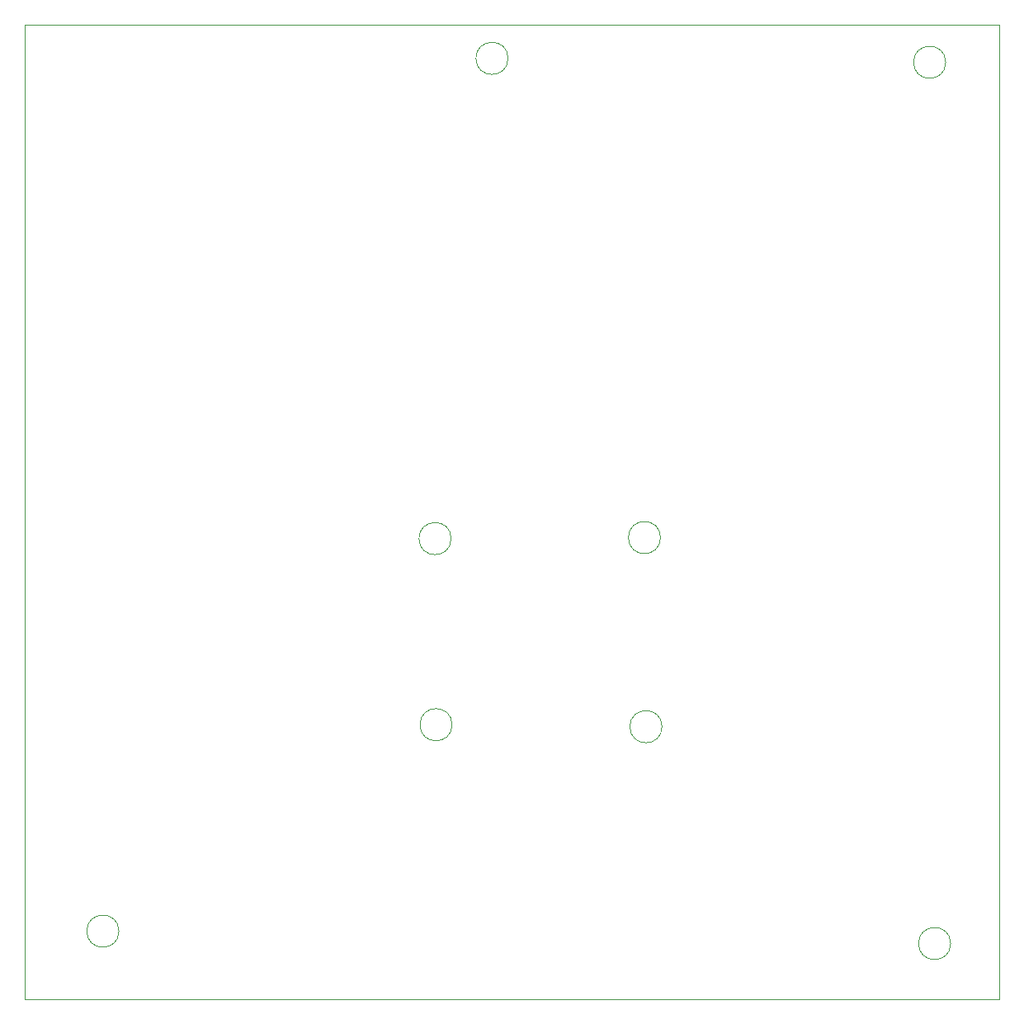
<source format=gbr>
%TF.GenerationSoftware,KiCad,Pcbnew,(6.0.1)*%
%TF.CreationDate,2022-05-21T12:13:39-05:00*%
%TF.ProjectId,esp32_2,65737033-325f-4322-9e6b-696361645f70,rev?*%
%TF.SameCoordinates,Original*%
%TF.FileFunction,Profile,NP*%
%FSLAX46Y46*%
G04 Gerber Fmt 4.6, Leading zero omitted, Abs format (unit mm)*
G04 Created by KiCad (PCBNEW (6.0.1)) date 2022-05-21 12:13:39*
%MOMM*%
%LPD*%
G01*
G04 APERTURE LIST*
%TA.AperFunction,Profile*%
%ADD10C,0.100000*%
%TD*%
G04 APERTURE END LIST*
D10*
X92074000Y-137007600D02*
G75*
G03*
X92074000Y-137007600I-1650000J0D01*
G01*
X82423000Y-43980000D02*
X182423000Y-43980000D01*
X182423000Y-43980000D02*
X182423000Y-143980000D01*
X182423000Y-143980000D02*
X82423000Y-143980000D01*
X82423000Y-143980000D02*
X82423000Y-43980000D01*
X126160800Y-96723200D02*
G75*
G03*
X126160800Y-96723200I-1650000J0D01*
G01*
X126262400Y-115824000D02*
G75*
G03*
X126262400Y-115824000I-1650000J0D01*
G01*
X176910000Y-47853600D02*
G75*
G03*
X176910000Y-47853600I-1650000J0D01*
G01*
X147649200Y-96621600D02*
G75*
G03*
X147649200Y-96621600I-1650000J0D01*
G01*
X147801600Y-116027200D02*
G75*
G03*
X147801600Y-116027200I-1650000J0D01*
G01*
X177418000Y-138277600D02*
G75*
G03*
X177418000Y-138277600I-1650000J0D01*
G01*
X132002800Y-47447200D02*
G75*
G03*
X132002800Y-47447200I-1650000J0D01*
G01*
M02*

</source>
